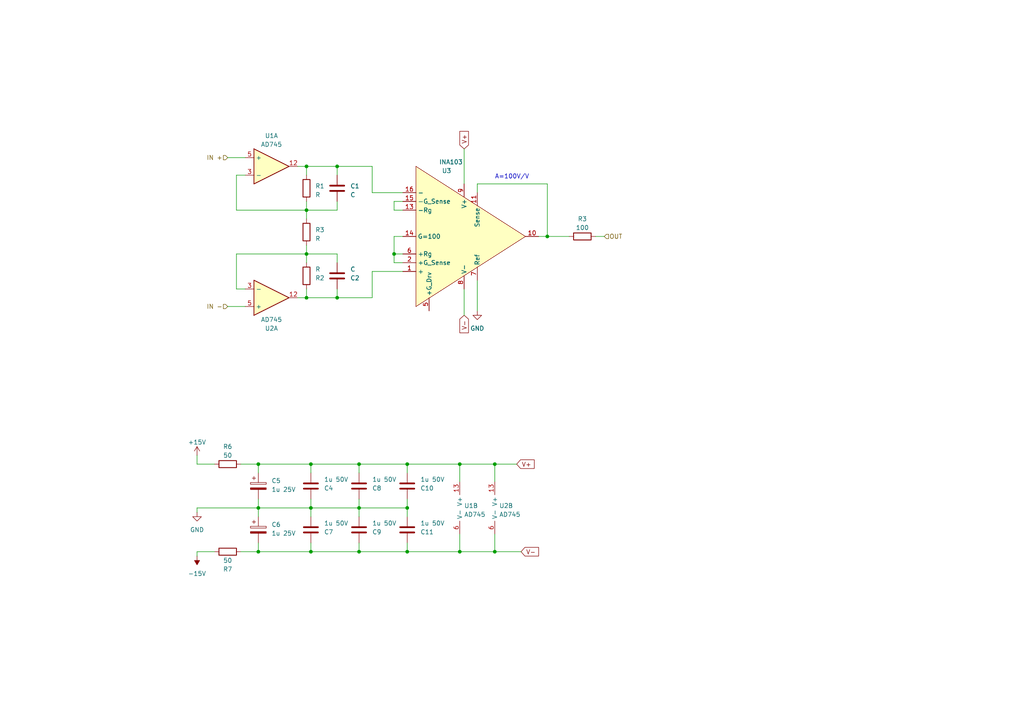
<source format=kicad_sch>
(kicad_sch (version 20230121) (generator eeschema)
  (paper "A4")
  (title_block (title "Amplifier block"))
  (lib_symbols
    (symbol "Device:C" (pin_numbers hide) (pin_names (offset 0.254))
      (property "Reference" "C" (at 0.635 2.54 0))
      (property "Value" "C" (at 0.635 -2.54 0))
      (symbol "C_0_1"
        (polyline (pts (xy -2.032 -0.762) (xy 2.032 -0.762)) (stroke (width 0.508)))
        (polyline (pts (xy -2.032 0.762) (xy 2.032 0.762)) (stroke (width 0.508)))
      )
      (symbol "C_1_1"
        (pin passive line (at 0 3.81 270) (length 2.794) (name "~") (number "1"))
        (pin passive line (at 0 -3.81 90) (length 2.794) (name "~") (number "2"))
      )
    )
    (symbol "Device:C_Polarized" (pin_numbers hide) (pin_names (offset 0.254))
      (property "Reference" "C" (at 0.635 2.54 0))
      (property "Value" "C_Polarized" (at 0.635 -2.54 0))
      (symbol "C_Polarized_0_1"
        (rectangle (start -2.286 0.508) (end 2.286 1.016))
        (polyline (pts (xy -1.778 2.286) (xy -0.762 2.286)))
        (polyline (pts (xy -1.27 2.794) (xy -1.27 1.778)))
        (rectangle (start 2.286 -0.508) (end -2.286 -1.016) (fill (type outline)))
      )
      (symbol "C_Polarized_1_1"
        (pin passive line (at 0 3.81 270) (length 2.794) (name "~") (number "1"))
        (pin passive line (at 0 -3.81 90) (length 2.794) (name "~") (number "2"))
      )
    )
    (symbol "Device:R" (pin_numbers hide) (pin_names (offset 0))
      (property "Reference" "R" (at 2.032 0 90))
      (property "Value" "R" (at 0 0 90))
      (symbol "R_0_1"
        (rectangle (start -1.016 -2.54) (end 1.016 2.54) (stroke (width 0.254)))
      )
      (symbol "R_1_1"
        (pin passive line (at 0 3.81 270) (length 1.27) (name "~") (number "1"))
        (pin passive line (at 0 -3.81 90) (length 1.27) (name "~") (number "2"))
      )
    )
    (symbol "MEMS_IC:AD745"
      (property "Reference" "U" (at 0 5.08 0))
      (property "Value" "AD745" (at 0 -5.08 0))
      (symbol "AD745_1_1"
        (polyline (pts (xy -5.08 5.08) (xy 5.08 0) (xy -5.08 -5.08) (xy -5.08 5.08)) (stroke (width 0.254)) (fill (type background)))
        (pin output line (at 7.62 0 180) (length 2.54) (name "~") (number "12"))
        (pin input line (at -7.62 -2.54 0) (length 2.54) (name "-") (number "3"))
        (pin input line (at -7.62 2.54 0) (length 2.54) (name "+") (number "5"))
      )
      (symbol "AD745_2_1"
        (pin power_in line (at -3.81 7.62 270) (length 3.81) (name "V+") (number "13"))
        (pin power_in line (at -3.81 -7.62 90) (length 3.81) (name "V-") (number "6"))
      )
    )
    (symbol "MEMS_IC:INA103"
      (property "Reference" "U" (at 29.21 0 0))
      (property "Value" "INA103" (at 30.48 -5.08 0))
      (symbol "INA103_1_1"
        (polyline (pts (xy 25.4 -1.27) (xy 25.4 -41.91)))
        (polyline (pts (xy 25.4 -1.27) (xy 57.15 -21.59) (xy 25.4 -41.91)) (fill (type background)))
        (pin input line (at 21.59 -31.75 0) (length 3.81) (name "+") (number "1"))
        (pin input line (at 60.96 -21.59 180) (length 3.81) (name "") (number "10"))
        (pin output line (at 43.18 -8.89 270) (length 3.81) (name "Sense") (number "11"))
        (pin input line (at 21.59 -13.97 0) (length 3.81) (name "-Rg") (number "13"))
        (pin input line (at 21.59 -21.59 0) (length 3.81) (name "G=100") (number "14"))
        (pin input line (at 21.59 -11.43 0) (length 3.81) (name "-G_Sense") (number "15"))
        (pin input line (at 21.59 -8.89 0) (length 3.81) (name "-") (number "16"))
        (pin input line (at 21.59 -29.21 0) (length 3.81) (name "+G_Sense") (number "2"))
        (pin input line (at 29.21 -43.18 90) (length 3.81) (name "+G_Drv") (number "5"))
        (pin input line (at 21.59 -26.67 0) (length 3.81) (name "+Rg") (number "6"))
        (pin output line (at 43.18 -34.29 90) (length 3.81) (name "Ref") (number "7"))
        (pin power_in line (at 39.37 -36.83 90) (length 3.81) (name "V-") (number "8"))
        (pin power_in line (at 39.37 -6.35 270) (length 3.81) (name "V+") (number "9"))
      )
    )
    (symbol "power:+15V" (power) (pin_names (offset 0))
      (property "Value" "+15V" (at 0 3.556 0))
      (symbol "+15V_0_1"
        (polyline (pts (xy -0.762 1.27) (xy 0 2.54)))
        (polyline (pts (xy 0 0) (xy 0 2.54)))
        (polyline (pts (xy 0 2.54) (xy 0.762 1.27)))
      )
      (symbol "+15V_1_1"
        (pin power_in line (at 0 0 90) (length 0) hide (name "+15V") (number "1"))
      )
    )
    (symbol "power:-15V" (power) (pin_names (offset 0))
      (property "Value" "-15V" (at 0 3.81 0))
      (symbol "-15V_0_0"
        (pin power_in line (at 0 0 90) (length 0) hide (name "-15V") (number "1"))
      )
      (symbol "-15V_0_1"
        (polyline (pts (xy 0 0) (xy 0 1.27) (xy 0.762 1.27) (xy 0 2.54) (xy -0.762 1.27) (xy 0 1.27)) (fill (type outline)))
      )
    )
    (symbol "power:GND" (power) (pin_names (offset 0))
      (property "Value" "GND" (at 0 -3.81 0))
      (symbol "GND_0_1"
        (polyline (pts (xy 0 0) (xy 0 -1.27) (xy 1.27 -1.27) (xy 0 -2.54) (xy -1.27 -1.27) (xy 0 -1.27)))
      )
      (symbol "GND_1_1"
        (pin power_in line (at 0 0 270) (length 0) hide (name "GND") (number "1"))
      )
    )
  )
  (junction (at 143.51 160.02))
  (junction (at 97.79 86.36))
  (junction (at 118.11 134.62))
  (junction (at 74.93 134.62))
  (junction (at 133.35 160.02))
  (junction (at 143.51 134.62))
  (junction (at 74.93 147.32))
  (junction (at 97.79 48.26))
  (junction (at 104.14 134.62))
  (junction (at 114.3 73.66))
  (junction (at 118.11 160.02))
  (junction (at 90.17 134.62))
  (junction (at 88.9 86.36))
  (junction (at 118.11 147.32))
  (junction (at 88.9 60.96))
  (junction (at 133.35 134.62))
  (junction (at 90.17 160.02))
  (junction (at 88.9 73.66))
  (junction (at 104.14 160.02))
  (junction (at 158.75 68.58))
  (junction (at 90.17 147.32))
  (junction (at 88.9 48.26))
  (junction (at 104.14 147.32))
  (junction (at 74.93 160.02))
  (wire (pts (xy 118.11 157.48) (xy 118.11 160.02)))
  (wire (pts (xy 104.14 147.32) (xy 118.11 147.32)))
  (wire (pts (xy 66.04 45.72) (xy 71.12 45.72)))
  (wire (pts (xy 88.9 83.82) (xy 88.9 86.36)))
  (wire (pts (xy 118.11 160.02) (xy 133.35 160.02)))
  (wire (pts (xy 74.93 157.48) (xy 74.93 160.02)))
  (wire (pts (xy 107.95 86.36) (xy 97.79 86.36)))
  (wire (pts (xy 143.51 154.94) (xy 143.51 160.02)))
  (wire (pts (xy 138.43 90.17) (xy 138.43 81.28)))
  (wire (pts (xy 90.17 160.02) (xy 90.17 157.48)))
  (wire (pts (xy 57.15 147.32) (xy 74.93 147.32)))
  (wire (pts (xy 133.35 160.02) (xy 133.35 154.94)))
  (wire (pts (xy 97.79 76.2) (xy 97.79 73.66)))
  (wire (pts (xy 118.11 137.16) (xy 118.11 134.62)))
  (wire (pts (xy 71.12 83.82) (xy 68.58 83.82)))
  (wire (pts (xy 90.17 137.16) (xy 90.17 134.62)))
  (wire (pts (xy 57.15 161.29) (xy 57.15 160.02)))
  (wire (pts (xy 74.93 147.32) (xy 74.93 144.78)))
  (wire (pts (xy 133.35 134.62) (xy 133.35 139.7)))
  (wire (pts (xy 88.9 60.96) (xy 88.9 58.42)))
  (wire (pts (xy 74.93 134.62) (xy 90.17 134.62)))
  (wire (pts (xy 97.79 48.26) (xy 107.95 48.26)))
  (wire (pts (xy 90.17 147.32) (xy 74.93 147.32)))
  (wire (pts (xy 107.95 55.88) (xy 116.84 55.88)))
  (wire (pts (xy 143.51 160.02) (xy 133.35 160.02)))
  (wire (pts (xy 88.9 48.26) (xy 86.36 48.26)))
  (wire (pts (xy 114.3 76.2) (xy 114.3 73.66)))
  (wire (pts (xy 118.11 144.78) (xy 118.11 147.32)))
  (wire (pts (xy 116.84 78.74) (xy 107.95 78.74)))
  (wire (pts (xy 90.17 147.32) (xy 90.17 149.86)))
  (wire (pts (xy 88.9 50.8) (xy 88.9 48.26)))
  (wire (pts (xy 68.58 83.82) (xy 68.58 73.66)))
  (wire (pts (xy 68.58 50.8) (xy 68.58 60.96)))
  (wire (pts (xy 66.04 88.9) (xy 71.12 88.9)))
  (wire (pts (xy 158.75 68.58) (xy 165.1 68.58)))
  (wire (pts (xy 57.15 134.62) (xy 62.23 134.62)))
  (wire (pts (xy 97.79 73.66) (xy 88.9 73.66)))
  (wire (pts (xy 74.93 134.62) (xy 74.93 137.16)))
  (wire (pts (xy 57.15 148.59) (xy 57.15 147.32)))
  (wire (pts (xy 114.3 60.96) (xy 116.84 60.96)))
  (wire (pts (xy 107.95 78.74) (xy 107.95 86.36)))
  (wire (pts (xy 68.58 60.96) (xy 88.9 60.96)))
  (wire (pts (xy 69.85 134.62) (xy 74.93 134.62)))
  (wire (pts (xy 158.75 53.34) (xy 158.75 68.58)))
  (wire (pts (xy 74.93 147.32) (xy 74.93 149.86)))
  (wire (pts (xy 143.51 134.62) (xy 133.35 134.62)))
  (wire (pts (xy 88.9 71.12) (xy 88.9 73.66)))
  (wire (pts (xy 97.79 58.42) (xy 97.79 60.96)))
  (wire (pts (xy 114.3 58.42) (xy 114.3 60.96)))
  (wire (pts (xy 114.3 73.66) (xy 114.3 68.58)))
  (wire (pts (xy 97.79 86.36) (xy 97.79 83.82)))
  (wire (pts (xy 104.14 160.02) (xy 118.11 160.02)))
  (wire (pts (xy 104.14 144.78) (xy 104.14 147.32)))
  (wire (pts (xy 114.3 73.66) (xy 116.84 73.66)))
  (wire (pts (xy 118.11 147.32) (xy 118.11 149.86)))
  (wire (pts (xy 90.17 147.32) (xy 104.14 147.32)))
  (wire (pts (xy 143.51 134.62) (xy 149.86 134.62)))
  (wire (pts (xy 143.51 160.02) (xy 151.13 160.02)))
  (wire (pts (xy 88.9 86.36) (xy 97.79 86.36)))
  (wire (pts (xy 68.58 73.66) (xy 88.9 73.66)))
  (wire (pts (xy 143.51 139.7) (xy 143.51 134.62)))
  (wire (pts (xy 156.21 68.58) (xy 158.75 68.58)))
  (wire (pts (xy 104.14 137.16) (xy 104.14 134.62)))
  (wire (pts (xy 134.62 91.44) (xy 134.62 83.82)))
  (wire (pts (xy 57.15 160.02) (xy 62.23 160.02)))
  (wire (pts (xy 88.9 86.36) (xy 86.36 86.36)))
  (wire (pts (xy 88.9 60.96) (xy 88.9 63.5)))
  (wire (pts (xy 88.9 48.26) (xy 97.79 48.26)))
  (wire (pts (xy 107.95 48.26) (xy 107.95 55.88)))
  (wire (pts (xy 104.14 160.02) (xy 104.14 157.48)))
  (wire (pts (xy 116.84 58.42) (xy 114.3 58.42)))
  (wire (pts (xy 118.11 134.62) (xy 133.35 134.62)))
  (wire (pts (xy 138.43 55.88) (xy 138.43 53.34)))
  (wire (pts (xy 172.72 68.58) (xy 175.26 68.58)))
  (wire (pts (xy 114.3 68.58) (xy 116.84 68.58)))
  (wire (pts (xy 97.79 48.26) (xy 97.79 50.8)))
  (wire (pts (xy 90.17 144.78) (xy 90.17 147.32)))
  (wire (pts (xy 97.79 60.96) (xy 88.9 60.96)))
  (wire (pts (xy 69.85 160.02) (xy 74.93 160.02)))
  (wire (pts (xy 116.84 76.2) (xy 114.3 76.2)))
  (wire (pts (xy 90.17 134.62) (xy 104.14 134.62)))
  (wire (pts (xy 134.62 43.18) (xy 134.62 53.34)))
  (wire (pts (xy 88.9 73.66) (xy 88.9 76.2)))
  (wire (pts (xy 71.12 50.8) (xy 68.58 50.8)))
  (wire (pts (xy 90.17 160.02) (xy 104.14 160.02)))
  (wire (pts (xy 104.14 134.62) (xy 118.11 134.62)))
  (wire (pts (xy 138.43 53.34) (xy 158.75 53.34)))
  (wire (pts (xy 104.14 147.32) (xy 104.14 149.86)))
  (wire (pts (xy 74.93 160.02) (xy 90.17 160.02)))
  (wire (pts (xy 57.15 132.08) (xy 57.15 134.62)))
  (text "A=100V/V" (at 143.51 52.07 0) (effects (font (size 1.27 1.27)) (justify left bottom)))
  (global_label "V-" (shape input) (at 151.13 160.02 0) (property "Intersheetrefs" "${INTERSHEET_REFS}" (effects hide)))
  (global_label "V-" (shape input) (at 134.62 91.44 270) (property "Intersheetrefs" "${INTERSHEET_REFS}" (effects hide)))
  (global_label "V+" (shape input) (at 149.86 134.62 0) (property "Intersheetrefs" "${INTERSHEET_REFS}" (effects hide)))
  (global_label "V+" (shape input) (at 134.62 43.18 90) (property "Intersheetrefs" "${INTERSHEET_REFS}" (effects hide)))
  (hierarchical_label "IN +" (shape input) (at 66.04 45.72 180))
  (hierarchical_label "IN -" (shape input) (at 66.04 88.9 180))
  (hierarchical_label "OUT" (shape input) (at 175.26 68.58 0))
  (symbol (lib_id "Device:C_Polarized") (at 74.93 140.97 0) (unit 1)
    (property "Reference" "C5" (at 78.74 139.446 0) (effects (justify left)))
    (property "Value" "1u 25V" (at 78.74 141.986 0) (effects (justify left)))
    (instances (project "Termometria" (path "" (reference "C5") (unit 1)) (path "" (reference "C1") (unit 1)) (path "" (reference "C12") (unit 1))))
  )
  (symbol (lib_id "power:-15V") (at 57.15 161.29 180) (unit 1)
    (property "Reference" "#PWR03" (effects hide))
    (property "Value" "-15V" (at 57.15 166.37 0))
    (instances (project "Termometria" (path "" (reference "#PWR03") (unit 1)) (path "" (reference "#PWR03") (unit 1)) (path "" (reference "#PWR010") (unit 1))))
  )
  (symbol (lib_id "power:GND") (at 138.43 90.17 0) (unit 1)
    (property "Reference" "#PWR01" (effects hide))
    (property "Value" "GND" (at 138.43 95.25 0))
    (instances (project "Termometria" (path "" (reference "#PWR01") (unit 1)) (path "" (reference "#PWR07") (unit 1)) (path "" (reference "#PWR011") (unit 1))))
  )
  (symbol (lib_id "Device:C") (at 97.79 54.61 0) (unit 1)
    (property "Reference" "C1" (at 101.6 53.975 0) (effects (justify left)))
    (property "Value" "C" (at 101.6 56.515 0) (effects (justify left)))
    (instances (project "Termometria" (path "" (reference "C1") (unit 1)) (path "" (reference "C10") (unit 1)) (path "" (reference "C16") (unit 1))))
  )
  (symbol (lib_id "Device:C") (at 104.14 153.67 0) (mirror x) (unit 1)
    (property "Reference" "C9" (at 107.95 154.305 0) (effects (justify left)))
    (property "Value" "1u 50V" (at 107.95 151.765 0) (effects (justify left)))
    (instances (project "Termometria" (path "" (reference "C9") (unit 1)) (path "" (reference "C7") (unit 1)) (path "" (reference "C19") (unit 1))))
  )
  (symbol (lib_id "MEMS_IC:AD745") (at 78.74 48.26 0) (unit 1)
    (property "Reference" "U1" (at 78.74 39.37 0))
    (property "Value" "AD745" (at 78.74 41.91 0))
    (property "Footprint" "Package_SO:SOIC-16W_7.5x10.3mm_P1.27mm" (effects hide))
    (instances (project "Termometria" (path "" (reference "U1") (unit 1)) (path "" (reference "U1") (unit 1)) (path "" (reference "U4") (unit 1))))
  )
  (symbol (lib_id "power:+15V") (at 57.15 132.08 0) (unit 1)
    (property "Reference" "#PWR04" (effects hide))
    (property "Value" "+15V" (at 57.15 128.27 0))
    (instances (project "Termometria" (path "" (reference "#PWR04") (unit 1)) (path "" (reference "#PWR01") (unit 1)) (path "" (reference "#PWR08") (unit 1))))
  )
  (symbol (lib_id "Device:R") (at 66.04 134.62 270) (mirror x) (unit 1)
    (property "Reference" "R6" (at 66.04 129.54 90))
    (property "Value" "50" (at 66.04 132.08 90))
    (instances (project "Termometria" (path "" (reference "R6") (unit 1)) (path "" (reference "R1") (unit 1)) (path "" (reference "R11") (unit 1))))
  )
  (symbol (lib_id "MEMS_IC:INA103") (at 95.25 46.99 0) (unit 1)
    (property "Reference" "U3" (at 129.54 49.53 0))
    (property "Value" "INA103" (at 130.81 46.99 0))
    (property "Footprint" "Package_SO:SOIC-16W_7.5x10.3mm_P1.27mm" (effects hide))
    (property "Datasheet" "https://www.ti.com/lit/ds/symlink/ina103.pdf?ts=1684517364965&ref_url=https%253A%252F%252Fwww.google.com%252F" (effects hide))
    (instances (project "Termometria" (path "" (reference "U3") (unit 1)) (path "" (reference "U3") (unit 1)) (path "" (reference "U6") (unit 1))))
  )
  (symbol (lib_id "MEMS_IC:AD745") (at 137.16 147.32 0) (unit 2)
    (property "Reference" "U1" (at 134.62 146.685 0) (effects (justify left)))
    (property "Value" "AD745" (at 134.62 149.225 0) (effects (justify left)))
    (property "Footprint" "Package_SO:SOIC-16W_7.5x10.3mm_P1.27mm" (effects hide))
    (instances (project "Termometria" (path "" (reference "U1") (unit 2)) (path "" (reference "U1") (unit 2)) (path "" (reference "U4") (unit 2))))
  )
  (symbol (lib_id "Device:C") (at 104.14 140.97 0) (mirror x) (unit 1)
    (property "Reference" "C8" (at 107.95 141.605 0) (effects (justify left)))
    (property "Value" "1u 50V" (at 107.95 139.065 0) (effects (justify left)))
    (instances (project "Termometria" (path "" (reference "C8") (unit 1)) (path "" (reference "C6") (unit 1)) (path "" (reference "C18") (unit 1))))
  )
  (symbol (lib_id "Device:R") (at 88.9 80.01 0) (mirror x) (unit 1)
    (property "Reference" "R2" (at 91.44 80.645 0) (effects (justify left)))
    (property "Value" "R" (at 91.44 78.105 0) (effects (justify left)))
    (instances (project "Termometria" (path "" (reference "R2") (unit 1)) (path "" (reference "R8") (unit 1)) (path "" (reference "R15") (unit 1))))
  )
  (symbol (lib_id "Device:C_Polarized") (at 74.93 153.67 0) (unit 1)
    (property "Reference" "C6" (at 78.74 152.146 0) (effects (justify left)))
    (property "Value" "1u 25V" (at 78.74 154.686 0) (effects (justify left)))
    (instances (project "Termometria" (path "" (reference "C6") (unit 1)) (path "" (reference "C2") (unit 1)) (path "" (reference "C13") (unit 1))))
  )
  (symbol (lib_id "Device:R") (at 88.9 54.61 0) (unit 1)
    (property "Reference" "R1" (at 91.44 53.975 0) (effects (justify left)))
    (property "Value" "R" (at 91.44 56.515 0) (effects (justify left)))
    (instances (project "Termometria" (path "" (reference "R1") (unit 1)) (path "" (reference "R6") (unit 1)) (path "" (reference "R13") (unit 1))))
  )
  (symbol (lib_id "Device:C") (at 97.79 80.01 0) (mirror x) (unit 1)
    (property "Reference" "C2" (at 101.6 80.645 0) (effects (justify left)))
    (property "Value" "C" (at 101.6 78.105 0) (effects (justify left)))
    (instances (project "Termometria" (path "" (reference "C2") (unit 1)) (path "" (reference "C11") (unit 1)) (path "" (reference "C17") (unit 1))))
  )
  (symbol (lib_id "Device:C") (at 90.17 153.67 0) (mirror x) (unit 1)
    (property "Reference" "C7" (at 93.98 154.305 0) (effects (justify left)))
    (property "Value" "1u 50V" (at 93.98 151.765 0) (effects (justify left)))
    (instances (project "Termometria" (path "" (reference "C7") (unit 1)) (path "" (reference "C4") (unit 1)) (path "" (reference "C15") (unit 1))))
  )
  (symbol (lib_id "MEMS_IC:AD745") (at 78.74 86.36 0) (mirror x) (unit 1)
    (property "Reference" "U2" (at 78.74 95.25 0))
    (property "Value" "AD745" (at 78.74 92.71 0))
    (property "Footprint" "Package_SO:SOIC-16W_7.5x10.3mm_P1.27mm" (effects hide))
    (instances (project "Termometria" (path "" (reference "U2") (unit 1)) (path "" (reference "U2") (unit 1)) (path "" (reference "U5") (unit 1))))
  )
  (symbol (lib_id "Device:R") (at 88.9 67.31 0) (unit 1)
    (property "Reference" "R3" (at 91.44 66.675 0) (effects (justify left)))
    (property "Value" "R" (at 91.44 69.215 0) (effects (justify left)))
    (instances (project "Termometria" (path "" (reference "R3") (unit 1)) (path "" (reference "R7") (unit 1)) (path "" (reference "R14") (unit 1))))
  )
  (symbol (lib_id "MEMS_IC:AD745") (at 147.32 147.32 0) (unit 2)
    (property "Reference" "U2" (at 144.78 146.685 0) (effects (justify left)))
    (property "Value" "AD745" (at 144.78 149.225 0) (effects (justify left)))
    (property "Footprint" "Package_SO:SOIC-16W_7.5x10.3mm_P1.27mm" (effects hide))
    (instances (project "Termometria" (path "" (reference "U2") (unit 2)) (path "" (reference "U2") (unit 2)) (path "" (reference "U5") (unit 2))))
  )
  (symbol (lib_id "Device:C") (at 118.11 140.97 0) (mirror x) (unit 1)
    (property "Reference" "C10" (at 121.92 141.605 0) (effects (justify left)))
    (property "Value" "1u 50V" (at 121.92 139.065 0) (effects (justify left)))
    (instances (project "Termometria" (path "" (reference "C10") (unit 1)) (path "" (reference "C8") (unit 1)) (path "" (reference "C20") (unit 1))))
  )
  (symbol (lib_id "power:GND") (at 57.15 148.59 0) (unit 1)
    (property "Reference" "#PWR05" (effects hide))
    (property "Value" "GND" (at 57.15 153.67 0))
    (instances (project "Termometria" (path "" (reference "#PWR05") (unit 1)) (path "" (reference "#PWR02") (unit 1)) (path "" (reference "#PWR09") (unit 1))))
  )
  (symbol (lib_id "Device:R") (at 66.04 160.02 270) (unit 1)
    (property "Reference" "R7" (at 66.04 165.1 90))
    (property "Value" "50" (at 66.04 162.56 90))
    (instances (project "Termometria" (path "" (reference "R7") (unit 1)) (path "" (reference "R2") (unit 1)) (path "" (reference "R12") (unit 1))))
  )
  (symbol (lib_id "Device:R") (at 168.91 68.58 90) (unit 1)
    (property "Reference" "R3" (at 168.91 63.5 90))
    (property "Value" "100" (at 168.91 66.04 90))
    (instances (project "Termometria" (path "" (reference "R3") (unit 1)) (path "" (reference "R9") (unit 1)) (path "" (reference "R16") (unit 1))))
  )
  (symbol (lib_id "Device:C") (at 90.17 140.97 0) (mirror x) (unit 1)
    (property "Reference" "C4" (at 93.98 141.605 0) (effects (justify left)))
    (property "Value" "1u 50V" (at 93.98 139.065 0) (effects (justify left)))
    (instances (project "Termometria" (path "" (reference "C4") (unit 1)) (path "" (reference "C3") (unit 1)) (path "" (reference "C14") (unit 1))))
  )
  (symbol (lib_id "Device:C") (at 118.11 153.67 0) (mirror x) (unit 1)
    (property "Reference" "C11" (at 121.92 154.305 0) (effects (justify left)))
    (property "Value" "1u 50V" (at 121.92 151.765 0) (effects (justify left)))
    (instances (project "Termometria" (path "" (reference "C11") (unit 1)) (path "" (reference "C9") (unit 1)) (path "" (reference "C21") (unit 1))))
  )
)
</source>
